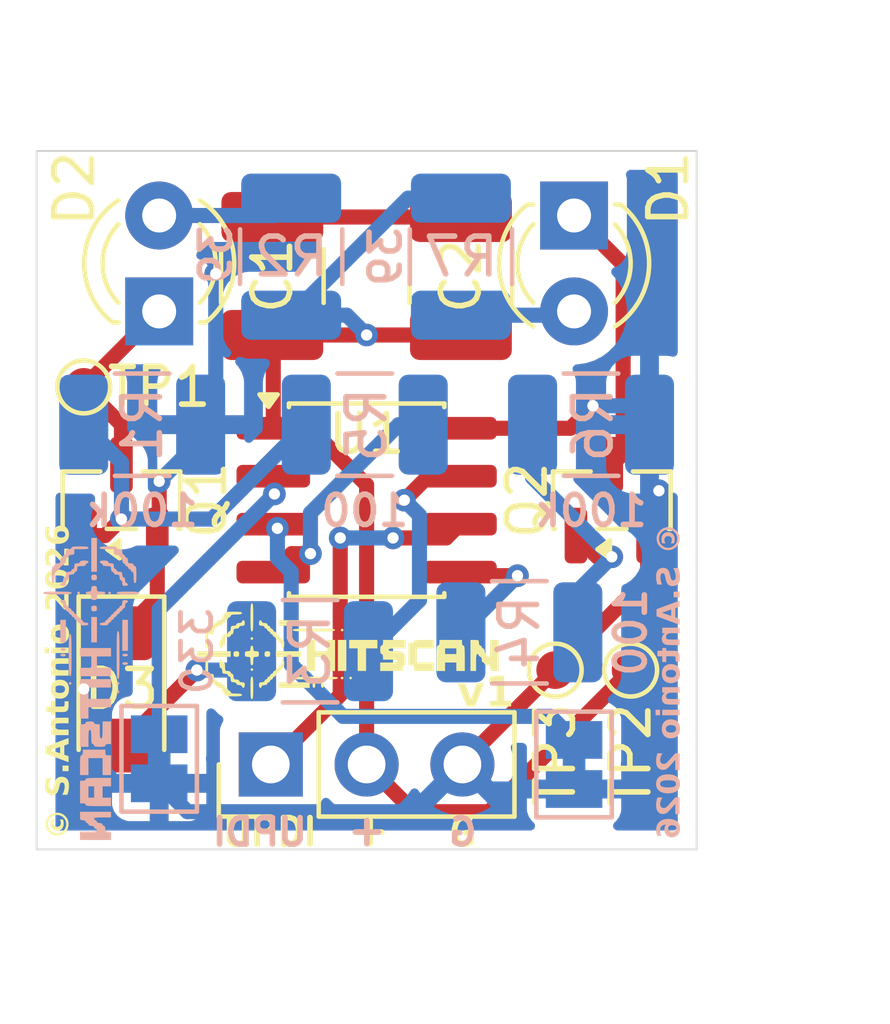
<source format=kicad_pcb>
(kicad_pcb (version 20241229) (generator "pcbnew") (generator_version "9.0")
  (layers (0 "F.Cu" signal) (2 "B.Cu" signal) (13 "F.Paste" user) (15 "B.Paste" user) (5 "F.SilkS" user "F.Silkscreen") (7 "B.SilkS" user "B.Silkscreen") (1 "F.Mask" user) (3 "B.Mask" user) (25 "Edge.Cuts" user))
  (net 0 "")
  (net 1 "+5V")
  (net 2 "GND")
  (net 3 "Net-(D1-K)")
  (net 4 "Net-(D1-A)")
  (net 5 "Net-(D2-K)")
  (net 6 "Net-(D2-A)")
  (net 7 "Net-(D3-A)")
  (net 8 "/UPDI")
  (net 9 "Net-(JP2-A)")
  (net 10 "Net-(JP3-A)")
  (net 11 "Net-(Q1-G)")
  (net 12 "Net-(Q2-G)")
  (net 13 "Net-(U1-PA3)")
  (net 14 "/PA2")
  (net 15 "/PA1")
  (footprint "LOGO" (layer "F.Cu") (at 182 116.5)
    (property "Reference" "G***" (hide yes))
    (property "Value" "LOGO" (hide yes))
  )
  (footprint "Package_SO:SOIC-8_3.9x4.9mm_P1.27mm" (layer "F.Cu") (at 182.5 112.5)
    (property "Reference" "U1" (at 0 -1.75 0) (layer "F.SilkS"))
    (property "Value" "ATtiny402-SS")
    (pad "1" smd roundrect (at -2.475 -1.905) (size 1.95 0.6) (layers "F.Cu" "F.Mask" "F.Paste") (net 1 "+5V"))
    (pad "2" smd roundrect (at -2.475 -0.635) (size 1.95 0.6) (layers "F.Cu" "F.Mask" "F.Paste") (net 9 "Net-(JP2-A)"))
    (pad "3" smd roundrect (at -2.475 0.635) (size 1.95 0.6) (layers "F.Cu" "F.Mask" "F.Paste") (net 10 "Net-(JP3-A)"))
    (pad "4" smd roundrect (at -2.475 1.905) (size 1.95 0.6) (layers "F.Cu" "F.Mask" "F.Paste") (net 15 "/PA1"))
    (pad "5" smd roundrect (at 2.475 1.905) (size 1.95 0.6) (layers "F.Cu" "F.Mask" "F.Paste") (net 14 "/PA2"))
    (pad "6" smd roundrect (at 2.475 0.635) (size 1.95 0.6) (layers "F.Cu" "F.Mask" "F.Paste") (net 8 "/UPDI"))
    (pad "7" smd roundrect (at 2.475 -0.635) (size 1.95 0.6) (layers "F.Cu" "F.Mask" "F.Paste") (net 13 "Net-(U1-PA3)"))
    (pad "8" smd roundrect (at 2.475 -1.905) (size 1.95 0.6) (layers "F.Cu" "F.Mask" "F.Paste") (net 2 "GND"))
  )
  (footprint "Capacitor_SMD:C_1210_3225Metric_Pad1.33x2.70mm_HandSolder" (layer "F.Cu") (at 180 106.5625 90)
    (property "Reference" "C1" (at 0 0 90) (layer "F.SilkS"))
    (property "Value" "10uF")
    (pad "1" smd roundrect (at -1.5625 0 90) (size 1.325 2.7) (layers "F.Cu" "F.Mask" "F.Paste") (roundrect_rratio 0.188679) (net 1 "+5V"))
    (pad "2" smd roundrect (at 1.5625 0 90) (size 1.325 2.7) (layers "F.Cu" "F.Mask" "F.Paste") (roundrect_rratio 0.188679) (net 2 "GND"))
  )
  (footprint "LED_THT:LED_D3.0mm_IRBlack" (layer "F.Cu") (at 177 107.5 90)
    (property "Reference" "D2" (at 3.25 -2.25 90) (layer "F.SilkS"))
    (property "Value" "TSAL4400")
    (pad "1" thru_hole rect (at 0 0 90) (size 1.8 1.8) (drill 0.9) (layers "*.Cu" "*.Mask") (net 5 "Net-(D2-K)"))
    (pad "2" thru_hole circle (at 2.54 0 90) (size 1.8 1.8) (drill 0.9) (layers "*.Cu" "*.Mask") (net 6 "Net-(D2-A)"))
  )
  (footprint "LED_THT:LED_D3.0mm_IRBlack" (layer "F.Cu") (at 188 104.96 -90)
    (property "Reference" "D1" (at -0.71 -2.5 90) (layer "F.SilkS"))
    (property "Value" "TSAL4400")
    (pad "1" thru_hole rect (at 0 0 270) (size 1.8 1.8) (drill 0.9) (layers "*.Cu" "*.Mask") (net 3 "Net-(D1-K)"))
    (pad "2" thru_hole circle (at 2.54 0 270) (size 1.8 1.8) (drill 0.9) (layers "*.Cu" "*.Mask") (net 4 "Net-(D1-A)"))
  )
  (footprint "TestPoint:TestPoint_Pad_D1.0mm" (layer "F.Cu") (at 175 109.5)
    (property "Reference" "TP1" (at 2 0 0) (layer "F.SilkS"))
    (property "Value" "IR1TP")
    (pad "1" smd circle (at 0 0) (size 1 1) (layers "F.Cu" "F.Mask") (net 5 "Net-(D2-K)"))
  )
  (footprint "TestPoint:TestPoint_Pad_D1.0mm" (layer "F.Cu") (at 189.5 117)
    (property "Reference" "TP2" (at 0 2.25 90) (layer "F.SilkS"))
    (property "Value" "+TP")
    (pad "1" smd circle (at 0 0) (size 1 1) (layers "F.Cu" "F.Mask") (net 1 "+5V"))
  )
  (footprint "Connector_PinHeader_2.54mm:PinHeader_1x03_P2.54mm_Vertical" (layer "F.Cu") (at 179.96 119.5 90)
    (property "Reference" "J1")
    (property "Value" "Conn_01x03_Pin" (hide yes))
    (pad "1" thru_hole rect (at 0 0 90) (size 1.7 1.7) (drill 1) (layers "*.Cu" "*.Mask") (net 8 "/UPDI"))
    (pad "2" thru_hole circle (at 0 2.54 90) (size 1.7 1.7) (drill 1) (layers "*.Cu" "*.Mask") (net 1 "+5V"))
    (pad "3" thru_hole circle (at 0 5.08 90) (size 1.7 1.7) (drill 1) (layers "*.Cu" "*.Mask") (net 2 "GND"))
  )
  (footprint "Package_TO_SOT_SMD:SOT-23" (layer "F.Cu") (at 176 112.5 90)
    (property "Reference" "Q1" (at 0 2.25 90) (layer "F.SilkS"))
    (property "Value" "AO3400A" (hide yes))
    (pad "1" smd roundrect (at -0.9375 -0.95 90) (size 1.475 0.6) (layers "F.Cu" "F.Mask" "F.Paste") (net 11 "Net-(Q1-G)"))
    (pad "2" smd roundrect (at -0.9375 0.95 90) (size 1.475 0.6) (layers "F.Cu" "F.Mask" "F.Paste") (net 2 "GND"))
    (pad "3" smd roundrect (at 0.9375 0 90) (size 1.475 0.6) (layers "F.Cu" "F.Mask" "F.Paste") (net 5 "Net-(D2-K)"))
  )
  (footprint "Capacitor_SMD:C_1210_3225Metric_Pad1.33x2.70mm_HandSolder" (layer "F.Cu") (at 185 106.5625 90)
    (property "Reference" "C2" (at 0 0 90) (layer "F.SilkS"))
    (property "Value" "0.1uF")
    (pad "1" smd roundrect (at -1.5625 0 90) (size 1.325 2.7) (layers "F.Cu" "F.Mask" "F.Paste") (roundrect_rratio 0.188679) (net 1 "+5V"))
    (pad "2" smd roundrect (at 1.5625 0 90) (size 1.325 2.7) (layers "F.Cu" "F.Mask" "F.Paste") (roundrect_rratio 0.188679) (net 2 "GND"))
  )
  (footprint "TestPoint:TestPoint_Pad_D1.0mm" (layer "F.Cu") (at 187.5 117)
    (property "Reference" "TP3" (at 0 2.25 90) (layer "F.SilkS"))
    (property "Value" "GNDTP")
    (pad "1" smd circle (at 0 0) (size 1 1) (layers "F.Cu" "F.Mask") (net 2 "GND"))
  )
  (footprint "Package_TO_SOT_SMD:SOT-23" (layer "F.Cu") (at 189 112.5 90)
    (property "Reference" "Q2" (at 0 -2.25 90) (layer "F.SilkS"))
    (property "Value" "AO3400A" (hide yes))
    (pad "1" smd roundrect (at -0.9375 -0.95 90) (size 1.475 0.6) (layers "F.Cu" "F.Mask" "F.Paste") (net 12 "Net-(Q2-G)"))
    (pad "2" smd roundrect (at -0.9375 0.95 90) (size 1.475 0.6) (layers "F.Cu" "F.Mask" "F.Paste") (net 2 "GND"))
    (pad "3" smd roundrect (at 0.9375 0 90) (size 1.475 0.6) (layers "F.Cu" "F.Mask" "F.Paste") (net 3 "Net-(D1-K)"))
  )
  (footprint "LED_SMD:LED_1206_3216Metric_Pad1.42x1.75mm_HandSolder" (layer "F.Cu") (at 176 117.5125 -90)
    (property "Reference" "D3" (at -0.0125 0 180) (layer "F.SilkS"))
    (property "Value" "LED")
    (pad "1" smd roundrect (at -1.4875 0 270) (size 1.425 1.75) (layers "F.Cu" "F.Mask" "F.Paste") (roundrect_rratio 0.175439) (net 2 "GND"))
    (pad "2" smd roundrect (at 1.4875 0 270) (size 1.425 1.75) (layers "F.Cu" "F.Mask" "F.Paste") (roundrect_rratio 0.175439) (net 7 "Net-(D3-A)"))
  )
  (footprint "Resistor_SMD:R_1210_3225Metric_Pad1.30x2.65mm_HandSolder" (layer "B.Cu") (at 182.45 110.5 180)
    (property "Reference" "R5" (at -0.05 0 90) (layer "B.SilkS") (effects (justify mirror)))
    (property "Value" "100" (at 0 -2.28 0) (layer "B.SilkS") (effects (font (size 0.8 0.8)) (justify mirror)))
    (pad "1" smd roundrect (at -1.55 0 180) (size 1.3 2.65) (layers "B.Cu" "B.Mask" "B.Paste") (roundrect_rratio 0.192308) (net 15 "/PA1"))
    (pad "2" smd roundrect (at 1.55 0 180) (size 1.3 2.65) (layers "B.Cu" "B.Mask" "B.Paste") (roundrect_rratio 0.192308) (net 11 "Net-(Q1-G)"))
  )
  (footprint "Jumper:SolderJumper-2_P1.3mm_Bridged_Pad1.0x1.5mm" (layer "B.Cu") (at 188 119.5 -90)
    (property "Reference" "JP3" (hide yes))
    (property "Value" "Jumper_2_Bridged")
    (fp_poly (pts (xy -0.25 0.3) (xy 0.25 0.3) (xy 0.25 -0.3) (xy -0.25 -0.3)) (fill yes) (layer "B.Cu"))
    (pad "1" smd rect (at -0.65 0 270) (size 1 1.5) (layers "B.Cu" "B.Mask") (net 10 "Net-(JP3-A)"))
    (pad "2" smd rect (at 0.65 0 270) (size 1 1.5) (layers "B.Cu" "B.Mask") (net 2 "GND"))
  )
  (footprint "Resistor_SMD:R_1210_3225Metric_Pad1.30x2.65mm_HandSolder" (layer "B.Cu") (at 176.55 110.5 180)
    (property "Reference" "R1" (at 0 0 90) (layer "B.SilkS") (effects (justify mirror)))
    (property "Value" "100k" (at 0 -2.28 0) (layer "B.SilkS") (effects (font (size 0.8 0.8)) (justify mirror)))
    (pad "1" smd roundrect (at -1.55 0 180) (size 1.3 2.65) (layers "B.Cu" "B.Mask" "B.Paste") (roundrect_rratio 0.192308) (net 2 "GND"))
    (pad "2" smd roundrect (at 1.55 0 180) (size 1.3 2.65) (layers "B.Cu" "B.Mask" "B.Paste") (roundrect_rratio 0.192308) (net 11 "Net-(Q1-G)"))
  )
  (footprint "Resistor_SMD:R_1210_3225Metric_Pad1.30x2.65mm_HandSolder" (layer "B.Cu") (at 186.55 116)
    (property "Reference" "R4" (at 0 0 90) (layer "B.SilkS") (effects (justify mirror)))
    (property "Value" "100" (at 2.95 0 90) (layer "B.SilkS") (effects (font (size 0.8 0.8)) (justify mirror)))
    (pad "1" smd roundrect (at -1.55 0) (size 1.3 2.65) (layers "B.Cu" "B.Mask" "B.Paste") (roundrect_rratio 0.192308) (net 14 "/PA2"))
    (pad "2" smd roundrect (at 1.55 0) (size 1.3 2.65) (layers "B.Cu" "B.Mask" "B.Paste") (roundrect_rratio 0.192308) (net 12 "Net-(Q2-G)"))
  )
  (footprint "Resistor_SMD:R_1210_3225Metric_Pad1.30x2.65mm_HandSolder" (layer "B.Cu") (at 188.45 110.5 180)
    (property "Reference" "R6" (at -0.05 0 90) (layer "B.SilkS") (effects (justify mirror)))
    (property "Value" "100k" (at 0 -2.28 0) (layer "B.SilkS") (effects (font (size 0.8 0.8)) (justify mirror)))
    (pad "1" smd roundrect (at -1.55 0 180) (size 1.3 2.65) (layers "B.Cu" "B.Mask" "B.Paste") (roundrect_rratio 0.192308) (net 2 "GND"))
    (pad "2" smd roundrect (at 1.55 0 180) (size 1.3 2.65) (layers "B.Cu" "B.Mask" "B.Paste") (roundrect_rratio 0.192308) (net 12 "Net-(Q2-G)"))
  )
  (footprint "Resistor_SMD:R_1210_3225Metric_Pad1.30x2.65mm_HandSolder" (layer "B.Cu") (at 181 116.5 180)
    (property "Reference" "R3" (at 0 0 90) (layer "B.SilkS") (effects (justify mirror)))
    (property "Value" "330" (at 3 0 90) (layer "B.SilkS") (effects (font (size 0.8 0.8) (thickness 0.125)) (justify mirror)))
    (pad "1" smd roundrect (at -1.55 0 180) (size 1.3 2.65) (layers "B.Cu" "B.Mask" "B.Paste") (roundrect_rratio 0.192308) (net 13 "Net-(U1-PA3)"))
    (pad "2" smd roundrect (at 1.55 0 180) (size 1.3 2.65) (layers "B.Cu" "B.Mask" "B.Paste") (roundrect_rratio 0.192308) (net 7 "Net-(D3-A)"))
  )
  (footprint "Resistor_SMD:R_1210_3225Metric_Pad1.30x2.65mm_HandSolder" (layer "B.Cu") (at 180.5 106.05 90)
    (property "Reference" "R2" (at 0 0 180) (layer "B.SilkS") (effects (justify mirror)))
    (property "Value" "39" (at 0.05 -2 270) (layer "B.SilkS") (effects (font (size 0.8 0.8)) (justify mirror)))
    (pad "1" smd roundrect (at -1.55 0 90) (size 1.3 2.65) (layers "B.Cu" "B.Mask" "B.Paste") (roundrect_rratio 0.192308) (net 1 "+5V"))
    (pad "2" smd roundrect (at 1.55 0 90) (size 1.3 2.65) (layers "B.Cu" "B.Mask" "B.Paste") (roundrect_rratio 0.192308) (net 6 "Net-(D2-A)"))
  )
  (footprint "Resistor_SMD:R_1210_3225Metric_Pad1.30x2.65mm_HandSolder" (layer "B.Cu") (at 185 106.05 -90)
    (property "Reference" "R7" (at 0 0 180) (layer "B.SilkS") (effects (justify mirror)))
    (property "Value" "39" (at 0 2 90) (layer "B.SilkS") (effects (font (size 0.8 0.8)) (justify mirror)))
    (pad "1" smd roundrect (at -1.55 0 270) (size 1.3 2.65) (layers "B.Cu" "B.Mask" "B.Paste") (roundrect_rratio 0.192308) (net 1 "+5V"))
    (pad "2" smd roundrect (at 1.55 0 270) (size 1.3 2.65) (layers "B.Cu" "B.Mask" "B.Paste") (roundrect_rratio 0.192308) (net 4 "Net-(D1-A)"))
  )
  (footprint "Jumper:SolderJumper-2_P1.3mm_Bridged_Pad1.0x1.5mm" (layer "B.Cu") (at 177 119.35 -90)
    (property "Reference" "JP2" (hide yes))
    (property "Value" "Jumper_2_Bridged")
    (fp_poly (pts (xy -0.25 0.3) (xy 0.25 0.3) (xy 0.25 -0.3) (xy -0.25 -0.3)) (fill yes) (layer "B.Cu"))
    (pad "1" smd rect (at -0.65 0 270) (size 1 1.5) (layers "B.Cu" "B.Mask") (net 9 "Net-(JP2-A)"))
    (pad "2" smd rect (at 0.65 0 270) (size 1 1.5) (layers "B.Cu" "B.Mask") (net 2 "GND"))
  )
  (footprint "LOGO" (layer "B.Cu") (at 175.2 117.5 -90)
    (property "Reference" "G***" (hide yes))
    (property "Value" "LOGO" (hide yes))
  )
  (gr_rect (start 173.75 103.25) (end 191.25 121.75) (stroke (width 0.05)) (fill no) (layer "Edge.Cuts"))
  (gr_text "G" (at 184.6 121.7 0) (layer "F.SilkS") (effects (font (size 0.7 0.7)) (justify left bottom)))
  (gr_text "© S.Antonio 2026" (at 174.7 121.5 90) (layer "F.SilkS") (effects (font (size 0.6 0.6) (thickness 0.1)) (justify left bottom)))
  (gr_text "+" (at 182 121.7 0) (layer "F.SilkS") (effects (font (size 0.8 0.8)) (justify left bottom)))
  (gr_text "UPDI" (at 178.6 121.7 0) (layer "F.SilkS") (effects (font (size 0.7 0.7)) (justify left bottom)))
  (gr_text "v1" (at 184.9 118.1 0) (layer "F.SilkS") (effects (font (size 0.8 0.8) (thickness 0.1)) (justify left bottom)))
  (gr_text "© S.Antonio 2026" (at 190.9 113.1 90) (layer "B.SilkS") (effects (font (size 0.6 0.6) (thickness 0.1)) (justify left bottom mirror)))
  (gr_text "G" (at 185.5 121.7 0) (layer "B.SilkS") (effects (font (size 0.7 0.7)) (justify left bottom mirror)))
  (gr_text "+" (at 183.1 121.7 0) (layer "B.SilkS") (effects (font (size 0.8 0.8)) (justify left bottom mirror)))
  (gr_text "UPDI" (at 181 121.7 0) (layer "B.SilkS") (effects (font (size 0.7 0.7)) (justify left bottom mirror)))
  (segment (start 182.5 119.5) (end 182.5 112.095001) (width 0.4) (layer "F.Cu") (net 1))
  (segment (start 182.5 119.5) (end 183.751 120.751) (width 0.4) (layer "F.Cu") (net 1))
  (segment (start 183.751 120.751) (end 185.749 120.751) (width 0.4) (layer "F.Cu") (net 1))
  (segment (start 180.999999 110.595) (end 180.025 110.595) (width 0.4) (layer "F.Cu") (net 1))
  (segment (start 180.025 108.15) (end 180 108.125) (width 0.4) (layer "F.Cu") (net 1))
  (segment (start 180 108.125) (end 182.5 108.125) (width 0.4) (layer "F.Cu") (net 1))
  (segment (start 182.5 112.095001) (end 180.999999 110.595) (width 0.4) (layer "F.Cu") (net 1))
  (segment (start 180.025 110.595) (end 180.025 108.15) (width 0.4) (layer "F.Cu") (net 1))
  (segment (start 182.5 108.125) (end 185 108.125) (width 0.4) (layer "F.Cu") (net 1))
  (segment (start 185.749 120.751) (end 189.5 117) (width 0.4) (layer "F.Cu") (net 1))
  (via (at 182.5 108.125) (size 0.6) (drill 0.3) (layers "F.Cu" "B.Cu") (net 1))
  (segment (start 181.975 107.6) (end 182.5 108.125) (width 0.4) (layer "B.Cu") (net 1))
  (segment (start 185 104.5) (end 183.6 104.5) (width 0.4) (layer "B.Cu") (net 1))
  (segment (start 183.6 104.5) (end 180.5 107.6) (width 0.4) (layer "B.Cu") (net 1))
  (segment (start 180.5 107.6) (end 181.975 107.6) (width 0.4) (layer "B.Cu") (net 1))
  (segment (start 189.95 114.55) (end 187.5 117) (width 0.4) (layer "F.Cu") (net 2))
  (segment (start 187.905 110.595) (end 188.5 110) (width 0.4) (layer "F.Cu") (net 2))
  (segment (start 185 105) (end 180 105) (width 0.4) (layer "F.Cu") (net 2))
  (segment (start 184.975 110.595) (end 187.905 110.595) (width 0.4) (layer "F.Cu") (net 2))
  (segment (start 178.5 106.5) (end 180 105) (width 0.4) (layer "F.Cu") (net 2))
  (segment (start 176.95 113.4375) (end 176.95 115.075) (width 0.4) (layer "F.Cu") (net 2))
  (segment (start 185.04 119.46) (end 187.5 117) (width 0.4) (layer "F.Cu") (net 2))
  (segment (start 190.25 112.25) (end 190.25 113.1375) (width 0.4) (layer "F.Cu") (net 2))
  (segment (start 189.95 113.4375) (end 189.95 114.55) (width 0.4) (layer "F.Cu") (net 2))
  (segment (start 175 117.025) (end 176 116.025) (width 0.4) (layer "F.Cu") (net 2))
  (segment (start 176.95 115.075) (end 176 116.025) (width 0.4) (layer "F.Cu") (net 2))
  (segment (start 175 117.5) (end 175 117.025) (width 0.4) (layer "F.Cu") (net 2))
  (segment (start 190.25 113.1375) (end 189.95 113.4375) (width 0.4) (layer "F.Cu") (net 2))
  (segment (start 185.04 119.5) (end 185.04 119.46) (width 0.4) (layer "F.Cu") (net 2))
  (segment (start 177 113.3875) (end 176.95 113.4375) (width 0.4) (layer "F.Cu") (net 2))
  (segment (start 177 112) (end 177 113.3875) (width 0.4) (layer "F.Cu") (net 2))
  (via (at 177 112) (size 0.6) (drill 0.3) (layers "F.Cu" "B.Cu") (net 2))
  (via (at 190.25 112.25) (size 0.6) (drill 0.3) (layers "F.Cu" "B.Cu") (net 2))
  (via (at 175 117.5) (size 0.6) (drill 0.3) (layers "F.Cu" "B.Cu") (net 2))
  (via (at 188.5 110) (size 0.6) (drill 0.3) (layers "F.Cu" "B.Cu") (net 2))
  (via (at 178.5 106.5) (size 0.6) (drill 0.3) (layers "F.Cu" "B.Cu") (net 2))
  (segment (start 175.85 120) (end 175 119.15) (width 0.4) (layer "B.Cu") (net 2))
  (segment (start 185.69 120.15) (end 188 120.15) (width 0.4) (layer "B.Cu") (net 2))
  (segment (start 185.04 119.5) (end 185.69 120.15) (width 0.4) (layer "B.Cu") (net 2))
  (segment (start 177 120) (end 175.85 120) (width 0.4) (layer "B.Cu") (net 2))
  (segment (start 190 112) (end 190.25 112.25) (width 0.4) (layer "B.Cu") (net 2))
  (segment (start 175 119.15) (end 175 117.5) (width 0.4) (layer "B.Cu") (net 2))
  (segment (start 178.1 110.5) (end 178.1 110.9) (width 0.4) (layer "B.Cu") (net 2))
  (segment (start 178.1 110.5) (end 178.5 110.1) (width 0.4) (layer "B.Cu") (net 2))
  (segment (start 177 120) (end 177.751 120.751) (width 0.4) (layer "B.Cu") (net 2))
  (segment (start 188.5 110) (end 189.5 110) (width 0.4) (layer "B.Cu") (net 2))
  (segment (start 189.5 110) (end 190 110.5) (width 0.4) (layer "B.Cu") (net 2))
  (segment (start 177.751 120.751) (end 183.789 120.751) (width 0.4) (layer "B.Cu") (net 2))
  (segment (start 183.789 120.751) (end 185.04 119.5) (width 0.4) (layer "B.Cu") (net 2))
  (segment (start 190 110.5) (end 190 112) (width 0.4) (layer "B.Cu") (net 2))
  (segment (start 178.5 110.1) (end 178.5 106.5) (width 0.4) (layer "B.Cu") (net 2))
  (segment (start 178.1 110.9) (end 177 112) (width 0.4) (layer "B.Cu") (net 2))
  (segment (start 189.301 111.2615) (end 189.301 106.261) (width 0.4) (layer "F.Cu") (net 3))
  (segment (start 189 111.5625) (end 189.301 111.2615) (width 0.4) (layer "F.Cu") (net 3))
  (segment (start 189.301 106.261) (end 188 104.96) (width 0.4) (layer "F.Cu") (net 3))
  (segment (start 187.9 107.6) (end 188 107.5) (width 0.4) (layer "B.Cu") (net 4))
  (segment (start 185 107.6) (end 187.9 107.6) (width 0.4) (layer "B.Cu") (net 4))
  (segment (start 175 109.5) (end 177 107.5) (width 0.4) (layer "F.Cu") (net 5))
  (segment (start 176 110.5) (end 175 109.5) (width 0.4) (layer "F.Cu") (net 5))
  (segment (start 176 111.5625) (end 176 110.5) (width 0.4) (layer "F.Cu") (net 5))
  (segment (start 177 104.96) (end 180.04 104.96) (width 0.4) (layer "B.Cu") (net 6))
  (segment (start 180.04 104.96) (end 180.5 104.5) (width 0.4) (layer "B.Cu") (net 6))
  (segment (start 176 119) (end 178 117) (width 0.4) (layer "F.Cu") (net 7))
  (via (at 178 117) (size 0.6) (drill 0.3) (layers "F.Cu" "B.Cu") (net 7))
  (segment (start 178 117) (end 178.95 117) (width 0.4) (layer "B.Cu") (net 7))
  (segment (start 178.95 117) (end 179.45 116.5) (width 0.4) (layer "B.Cu") (net 7))
  (segment (start 179.96 119.5) (end 181.8 117.66) (width 0.4) (layer "F.Cu") (net 8))
  (segment (start 183.2 113.5) (end 184.61 113.5) (width 0.4) (layer "F.Cu") (net 8))
  (segment (start 181.8 117.66) (end 181.8 113.5) (width 0.4) (layer "F.Cu") (net 8))
  (segment (start 184.61 113.5) (end 184.975 113.135) (width 0.4) (layer "F.Cu") (net 8))
  (via (at 183.2 113.5) (size 0.6) (drill 0.3) (layers "F.Cu" "B.Cu") (net 8))
  (via (at 181.8 113.5) (size 0.6) (drill 0.3) (layers "F.Cu" "B.Cu") (net 8))
  (segment (start 181.8 113.5) (end 183.2 113.5) (width 0.4) (layer "B.Cu") (net 8))
  (segment (start 180.054949 112.335) (end 180.054949 111.894949) (width 0.4) (layer "F.Cu") (net 9))
  (segment (start 180.054949 111.894949) (end 180.025 111.865) (width 0.4) (layer "F.Cu") (net 9))
  (via (at 180.054949 112.335) (size 0.6) (drill 0.3) (layers "F.Cu" "B.Cu") (net 9))
  (segment (start 177 115.389949) (end 180.054949 112.335) (width 0.4) (layer "B.Cu") (net 9))
  (segment (start 177 118.7) (end 177 115.389949) (width 0.4) (layer "B.Cu") (net 9))
  (via (at 180.134949 113.24495) (size 0.6) (drill 0.3) (layers "F.Cu" "B.Cu") (net 10))
  (segment (start 180.134949 114.031582) (end 180.134949 113.24495) (width 0.4) (layer "B.Cu") (net 10))
  (segment (start 180.5 114.396633) (end 180.134949 114.031582) (width 0.4) (layer "B.Cu") (net 10))
  (segment (start 188 118.85) (end 187.376 118.226) (width 0.4) (layer "B.Cu") (net 10))
  (segment (start 181.87342 118.226) (end 180.5 116.85258) (width 0.4) (layer "B.Cu") (net 10))
  (segment (start 187.376 118.226) (end 181.87342 118.226) (width 0.4) (layer "B.Cu") (net 10))
  (segment (start 180.5 116.85258) (end 180.5 114.396633) (width 0.4) (layer "B.Cu") (net 10))
  (segment (start 175.05 113.4375) (end 175.5625 113.4375) (width 0.4) (layer "F.Cu") (net 11))
  (segment (start 175.5625 113.4375) (end 176 113) (width 0.4) (layer "F.Cu") (net 11))
  (via (at 176 113) (size 0.6) (drill 0.3) (layers "F.Cu" "B.Cu") (net 11))
  (segment (start 176 111.5) (end 175 110.5) (width 0.4) (layer "B.Cu") (net 11))
  (segment (start 176 113) (end 176 111.5) (width 0.4) (layer "B.Cu") (net 11))
  (segment (start 178.4 113) (end 176 113) (width 0.4) (layer "B.Cu") (net 11))
  (segment (start 180.9 110.5) (end 178.4 113) (width 0.4) (layer "B.Cu") (net 11))
  (segment (start 188.6125 114) (end 188.05 113.4375) (width 0.4) (layer "F.Cu") (net 12))
  (segment (start 189 114) (end 188.6125 114) (width 0.4) (layer "F.Cu") (net 12))
  (via (at 189 114) (size 0.6) (drill 0.3) (layers "F.Cu" "B.Cu") (net 12))
  (segment (start 188.1 114.9) (end 189 114) (width 0.4) (layer "B.Cu") (net 12))
  (segment (start 186.9 111.9) (end 186.9 110.5) (width 0.4) (layer "B.Cu") (net 12))
  (segment (start 188.1 116) (end 188.1 114.9) (width 0.4) (layer "B.Cu") (net 12))
  (segment (start 189 114) (end 186.9 111.9) (width 0.4) (layer "B.Cu") (net 12))
  (segment (start 183.5 112.5) (end 184.135 111.865) (width 0.4) (layer "F.Cu") (net 13))
  (segment (start 184.135 111.865) (end 184.975 111.865) (width 0.4) (layer "F.Cu") (net 13))
  (via (at 183.5 112.5) (size 0.6) (drill 0.3) (layers "F.Cu" "B.Cu") (net 13))
  (segment (start 183.901 112.901) (end 183.5 112.5) (width 0.4) (layer "B.Cu") (net 13))
  (segment (start 183.901 115.149) (end 183.901 112.901) (width 0.4) (layer "B.Cu") (net 13))
  (segment (start 182.55 116.5) (end 183.901 115.149) (width 0.4) (layer "B.Cu") (net 13))
  (segment (start 186.5 114.5) (end 185.07 114.5) (width 0.4) (layer "F.Cu") (net 14))
  (segment (start 185.07 114.5) (end 184.975 114.405) (width 0.4) (layer "F.Cu") (net 14))
  (via (at 186.5 114.5) (size 0.6) (drill 0.3) (layers "F.Cu" "B.Cu") (net 14))
  (segment (start 185 116) (end 186.5 114.5) (width 0.4) (layer "B.Cu") (net 14))
  (segment (start 180.514215 113.915785) (end 180.025 114.405) (width 0.4) (layer "F.Cu") (net 15))
  (segment (start 181.010516 113.915785) (end 180.514215 113.915785) (width 0.4) (layer "F.Cu") (net 15))
  (via (at 181.010516 113.915785) (size 0.6) (drill 0.3) (layers "F.Cu" "B.Cu") (net 15))
  (segment (start 183.35 110.5) (end 181.010516 112.839484) (width 0.4) (layer "B.Cu") (net 15))
  (segment (start 181.010516 112.839484) (end 181.010516 113.915785) (width 0.4) (layer "B.Cu") (net 15))
  (segment (start 184 110.5) (end 183.35 110.5) (width 0.4) (layer "B.Cu") (net 15))
  (zone (net 2) (net_name "GND") (layer "B.Cu") (connect_pads (clearance 0.5)) (min_thickness 0.25) (fill yes (thermal_gap 0.5) (thermal_bridge_width 0.5))
    (polygon (pts (xy 174.25 103.75) (xy 190.75 103.75) (xy 190.75 121.25) (xy 174.25 121.25)))
  )
)
</source>
